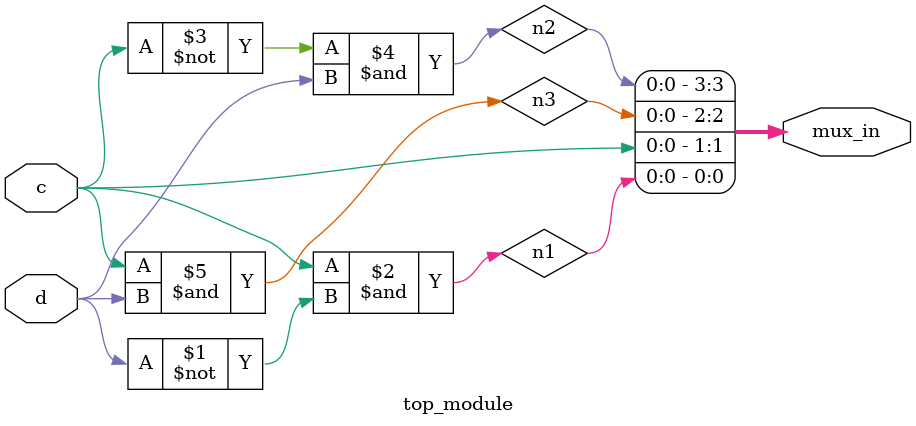
<source format=sv>
module top_module (
    input c,
    input d,
    output [3:0] mux_in
);

    wire n1, n2, n3;

    assign n1 = c & ~d;
    assign n2 = ~c & d;
    assign n3 = c & d;

    assign mux_in[0] = n1;
    assign mux_in[1] = c;
    assign mux_in[2] = n3;
    assign mux_in[3] = n2;

endmodule

</source>
